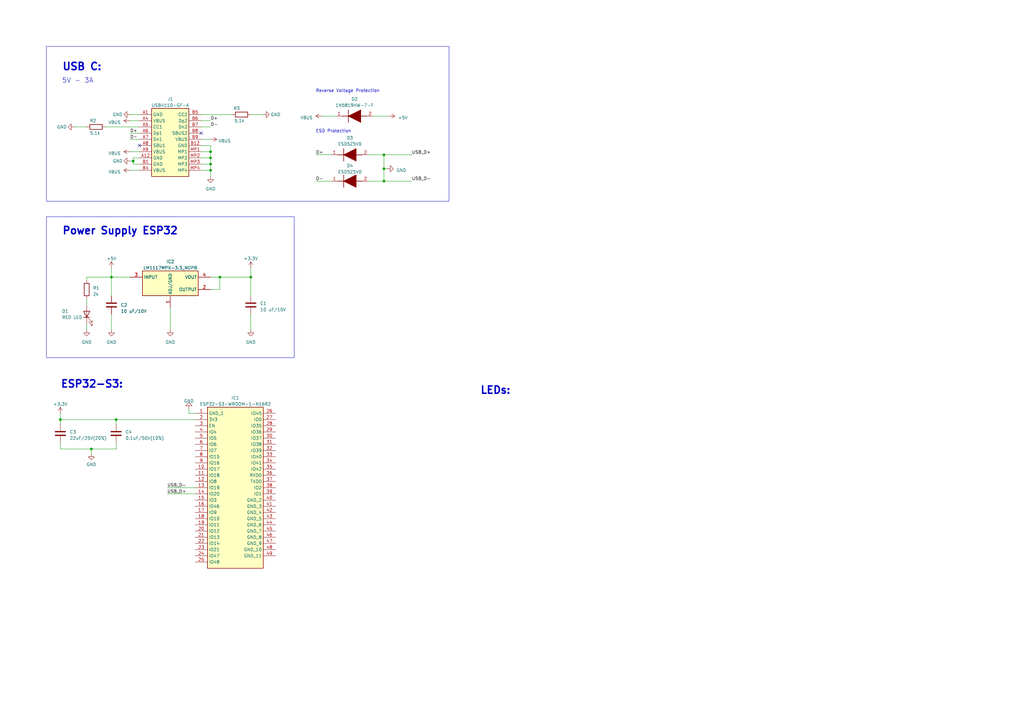
<source format=kicad_sch>
(kicad_sch (version 20230121) (generator eeschema)
  (paper "A3")
  (lib_symbols
    (symbol "+5V_1" (power) (pin_names (offset 0))
      (property "Value" "+5V_1" (at 0 3.556 0))
      (symbol "+5V_1_0_1"
        (polyline (pts (xy -0.762 1.27) (xy 0 2.54)))
        (polyline (pts (xy 0 0) (xy 0 2.54)))
        (polyline (pts (xy 0 2.54) (xy 0.762 1.27)))
      )
      (symbol "+5V_1_1_1"
        (pin power_in line (at 0 0 90) (length 0) hide (name "+5V") (number "1"))
      )
    )
    (symbol "1N5819HW-7-F:1N5819HW-7-F" (pin_names hide)
      (property "Reference" "D" (at 11.43 5.08 0))
      (property "Value" "1N5819HW-7-F" (at 11.43 2.54 0))
      (symbol "1N5819HW-7-F_1_1"
        (polyline (pts (xy 2.54 0) (xy 5.08 0)) (stroke (width 0.254)))
        (polyline (pts (xy 5.08 2.54) (xy 5.08 -2.54)) (stroke (width 0.254)))
        (polyline (pts (xy 10.16 0) (xy 12.7 0)) (stroke (width 0.254)))
        (polyline (pts (xy 5.08 0) (xy 10.16 2.54) (xy 10.16 -2.54) (xy 5.08 0)) (stroke (width 0.254)) (fill (type outline)))
        (pin passive line (at 0 0 0) (length 2.54) (name "K") (number "1"))
        (pin passive line (at 15.24 0 180) (length 2.54) (name "A") (number "2"))
      )
    )
    (symbol "Device:C" (pin_numbers hide) (pin_names (offset 0.254))
      (property "Reference" "C" (at 0.635 2.54 0))
      (property "Value" "C" (at 0.635 -2.54 0))
      (symbol "C_0_1"
        (polyline (pts (xy -2.032 -0.762) (xy 2.032 -0.762)) (stroke (width 0.508)))
        (polyline (pts (xy -2.032 0.762) (xy 2.032 0.762)) (stroke (width 0.508)))
      )
      (symbol "C_1_1"
        (pin passive line (at 0 3.81 270) (length 2.794) (name "~") (number "1"))
        (pin passive line (at 0 -3.81 90) (length 2.794) (name "~") (number "2"))
      )
    )
    (symbol "Device:LED" (pin_numbers hide) (pin_names (offset 1.016) hide)
      (property "Reference" "D" (at 0 2.54 0))
      (property "Value" "LED" (at 0 -2.54 0))
      (symbol "LED_0_1"
        (polyline (pts (xy -1.27 -1.27) (xy -1.27 1.27)) (stroke (width 0.254)))
        (polyline (pts (xy -1.27 0) (xy 1.27 0)))
        (polyline (pts (xy 1.27 -1.27) (xy 1.27 1.27) (xy -1.27 0) (xy 1.27 -1.27)) (stroke (width 0.254)))
        (polyline (pts (xy -3.048 -0.762) (xy -4.572 -2.286) (xy -3.81 -2.286) (xy -4.572 -2.286) (xy -4.572 -1.524)))
        (polyline (pts (xy -1.778 -0.762) (xy -3.302 -2.286) (xy -2.54 -2.286) (xy -3.302 -2.286) (xy -3.302 -1.524)))
      )
      (symbol "LED_1_1"
        (pin passive line (at -3.81 0 0) (length 2.54) (name "K") (number "1"))
        (pin passive line (at 3.81 0 180) (length 2.54) (name "A") (number "2"))
      )
    )
    (symbol "Device:R" (pin_numbers hide) (pin_names (offset 0))
      (property "Reference" "R" (at 2.032 0 90))
      (property "Value" "R" (at 0 0 90))
      (symbol "R_0_1"
        (rectangle (start -1.016 -2.54) (end 1.016 2.54) (stroke (width 0.254)))
      )
      (symbol "R_1_1"
        (pin passive line (at 0 3.81 270) (length 1.27) (name "~") (number "1"))
        (pin passive line (at 0 -3.81 90) (length 1.27) (name "~") (number "2"))
      )
    )
    (symbol "ESD5Z5V0:ESD5Z5V0" (pin_names hide)
      (property "Reference" "D" (at 11.43 5.08 0))
      (property "Value" "ESD5Z5V0" (at 11.43 2.54 0))
      (symbol "ESD5Z5V0_1_1"
        (polyline (pts (xy 2.54 0) (xy 5.08 0)) (stroke (width 0.254)))
        (polyline (pts (xy 5.08 2.54) (xy 5.08 -2.54)) (stroke (width 0.254)))
        (polyline (pts (xy 10.16 0) (xy 12.7 0)) (stroke (width 0.254)))
        (polyline (pts (xy 5.08 0) (xy 10.16 2.54) (xy 10.16 -2.54) (xy 5.08 0)) (stroke (width 0.254)) (fill (type outline)))
        (pin passive line (at 0 0 0) (length 2.54) (name "K") (number "1"))
        (pin passive line (at 15.24 0 180) (length 2.54) (name "A") (number "2"))
      )
    )
    (symbol "ESP32-S3-WROOM-1-N16R2:ESP32-S3-WROOM-1-N16R2"
      (property "Reference" "IC" (at 29.21 7.62 0))
      (property "Value" "ESP32-S3-WROOM-1-N16R2" (at 29.21 5.08 0))
      (symbol "ESP32-S3-WROOM-1-N16R2_1_1"
        (rectangle (start 5.08 2.54) (end 27.94 -63.5) (stroke (width 0.254)) (fill (type background)))
        (pin passive line (at 0 0 0) (length 5.08) (name "GND_1") (number "1"))
        (pin passive line (at 0 -22.86 0) (length 5.08) (name "IO17") (number "10"))
        (pin passive line (at 0 -25.4 0) (length 5.08) (name "IO18") (number "11"))
        (pin passive line (at 0 -27.94 0) (length 5.08) (name "IO8") (number "12"))
        (pin passive line (at 0 -30.48 0) (length 5.08) (name "IO19") (number "13"))
        (pin passive line (at 0 -33.02 0) (length 5.08) (name "IO20") (number "14"))
        (pin passive line (at 0 -35.56 0) (length 5.08) (name "IO3") (number "15"))
        (pin passive line (at 0 -38.1 0) (length 5.08) (name "IO46") (number "16"))
        (pin passive line (at 0 -40.64 0) (length 5.08) (name "IO9") (number "17"))
        (pin passive line (at 0 -43.18 0) (length 5.08) (name "IO10") (number "18"))
        (pin passive line (at 0 -45.72 0) (length 5.08) (name "IO11") (number "19"))
        (pin passive line (at 0 -2.54 0) (length 5.08) (name "3V3") (number "2"))
        (pin passive line (at 0 -48.26 0) (length 5.08) (name "IO12") (number "20"))
        (pin passive line (at 0 -50.8 0) (length 5.08) (name "IO13") (number "21"))
        (pin passive line (at 0 -53.34 0) (length 5.08) (name "IO14") (number "22"))
        (pin passive line (at 0 -55.88 0) (length 5.08) (name "IO21") (number "23"))
        (pin passive line (at 0 -58.42 0) (length 5.08) (name "IO47") (number "24"))
        (pin passive line (at 0 -60.96 0) (length 5.08) (name "IO48") (number "25"))
        (pin passive line (at 33.02 0 180) (length 5.08) (name "IO45") (number "26"))
        (pin passive line (at 33.02 -2.54 180) (length 5.08) (name "IO0") (number "27"))
        (pin passive line (at 33.02 -5.08 180) (length 5.08) (name "IO35") (number "28"))
        (pin passive line (at 33.02 -7.62 180) (length 5.08) (name "IO36") (number "29"))
        (pin passive line (at 0 -5.08 0) (length 5.08) (name "EN") (number "3"))
        (pin passive line (at 33.02 -10.16 180) (length 5.08) (name "IO37") (number "30"))
        (pin passive line (at 33.02 -12.7 180) (length 5.08) (name "IO38") (number "31"))
        (pin passive line (at 33.02 -15.24 180) (length 5.08) (name "IO39") (number "32"))
        (pin passive line (at 33.02 -17.78 180) (length 5.08) (name "IO40") (number "33"))
        (pin passive line (at 33.02 -20.32 180) (length 5.08) (name "IO41") (number "34"))
        (pin passive line (at 33.02 -22.86 180) (length 5.08) (name "IO42") (number "35"))
        (pin passive line (at 33.02 -25.4 180) (length 5.08) (name "RXD0") (number "36"))
        (pin passive line (at 33.02 -27.94 180) (length 5.08) (name "TXD0") (number "37"))
        (pin passive line (at 33.02 -30.48 180) (length 5.08) (name "IO2") (number "38"))
        (pin passive line (at 33.02 -33.02 180) (length 5.08) (name "IO1") (number "39"))
        (pin passive line (at 0 -7.62 0) (length 5.08) (name "IO4") (number "4"))
        (pin passive line (at 33.02 -35.56 180) (length 5.08) (name "GND_2") (number "40"))
        (pin passive line (at 33.02 -38.1 180) (length 5.08) (name "GND_3") (number "41"))
        (pin passive line (at 33.02 -40.64 180) (length 5.08) (name "GND_4") (number "42"))
        (pin passive line (at 33.02 -43.18 180) (length 5.08) (name "GND_5") (number "43"))
        (pin passive line (at 33.02 -45.72 180) (length 5.08) (name "GND_6") (number "44"))
        (pin passive line (at 33.02 -48.26 180) (length 5.08) (name "GND_7") (number "45"))
        (pin passive line (at 33.02 -50.8 180) (length 5.08) (name "GND_8") (number "46"))
        (pin passive line (at 33.02 -53.34 180) (length 5.08) (name "GND_9") (number "47"))
        (pin passive line (at 33.02 -55.88 180) (length 5.08) (name "GND_10") (number "48"))
        (pin passive line (at 33.02 -58.42 180) (length 5.08) (name "GND_11") (number "49"))
        (pin passive line (at 0 -10.16 0) (length 5.08) (name "IO5") (number "5"))
        (pin passive line (at 0 -12.7 0) (length 5.08) (name "IO6") (number "6"))
        (pin passive line (at 0 -15.24 0) (length 5.08) (name "IO7") (number "7"))
        (pin passive line (at 0 -17.78 0) (length 5.08) (name "IO15") (number "8"))
        (pin passive line (at 0 -20.32 0) (length 5.08) (name "IO16") (number "9"))
      )
    )
    (symbol "GND_1" (power) (pin_names (offset 0))
      (property "Value" "GND_1" (at 0 -3.81 0))
      (symbol "GND_1_0_1"
        (polyline (pts (xy 0 0) (xy 0 -1.27) (xy 1.27 -1.27) (xy 0 -2.54) (xy -1.27 -1.27) (xy 0 -1.27)))
      )
      (symbol "GND_1_1_1"
        (pin power_in line (at 0 0 270) (length 0) hide (name "GND") (number "1"))
      )
    )
    (symbol "GND_2" (power) (pin_names (offset 0))
      (property "Value" "GND_2" (at 0 -3.81 0))
      (symbol "GND_2_0_1"
        (polyline (pts (xy 0 0) (xy 0 -1.27) (xy 1.27 -1.27) (xy 0 -2.54) (xy -1.27 -1.27) (xy 0 -1.27)))
      )
      (symbol "GND_2_1_1"
        (pin power_in line (at 0 0 270) (length 0) hide (name "GND") (number "1"))
      )
    )
    (symbol "GND_3" (power) (pin_names (offset 0))
      (property "Value" "GND_3" (at 0 -3.81 0))
      (symbol "GND_3_0_1"
        (polyline (pts (xy 0 0) (xy 0 -1.27) (xy 1.27 -1.27) (xy 0 -2.54) (xy -1.27 -1.27) (xy 0 -1.27)))
      )
      (symbol "GND_3_1_1"
        (pin power_in line (at 0 0 270) (length 0) hide (name "GND") (number "1"))
      )
    )
    (symbol "GND_4" (power) (pin_names (offset 0))
      (property "Value" "GND_4" (at 0 -3.81 0))
      (symbol "GND_4_0_1"
        (polyline (pts (xy 0 0) (xy 0 -1.27) (xy 1.27 -1.27) (xy 0 -2.54) (xy -1.27 -1.27) (xy 0 -1.27)))
      )
      (symbol "GND_4_1_1"
        (pin power_in line (at 0 0 270) (length 0) hide (name "GND") (number "1"))
      )
    )
    (symbol "GND_5" (power) (pin_names (offset 0))
      (property "Value" "GND_5" (at 0 -3.81 0))
      (symbol "GND_5_0_1"
        (polyline (pts (xy 0 0) (xy 0 -1.27) (xy 1.27 -1.27) (xy 0 -2.54) (xy -1.27 -1.27) (xy 0 -1.27)))
      )
      (symbol "GND_5_1_1"
        (pin power_in line (at 0 0 270) (length 0) hide (name "GND") (number "1"))
      )
    )
    (symbol "GND_6" (power) (pin_names (offset 0))
      (property "Value" "GND_6" (at 0 -3.81 0))
      (symbol "GND_6_0_1"
        (polyline (pts (xy 0 0) (xy 0 -1.27) (xy 1.27 -1.27) (xy 0 -2.54) (xy -1.27 -1.27) (xy 0 -1.27)))
      )
      (symbol "GND_6_1_1"
        (pin power_in line (at 0 0 270) (length 0) hide (name "GND") (number "1"))
      )
    )
    (symbol "LM1117MPX-3_3_NOPB:LM1117MPX-3.3_NOPB"
      (property "Reference" "IC2" (at 16.51 6.35 0))
      (property "Value" "LM1117MPX-3.3_NOPB" (at 16.51 3.81 0))
      (symbol "LM1117MPX-3.3_NOPB_1_1"
        (rectangle (start 5.08 2.54) (end 27.94 -7.62) (stroke (width 0.254)) (fill (type background)))
        (pin passive line (at 16.51 -12.7 90) (length 5.08) (name "ADJ/GND") (number "1"))
        (pin passive line (at 33.02 -5.08 180) (length 5.08) (name "OUTPUT") (number "2"))
        (pin passive line (at 0 0 0) (length 5.08) (name "INPUT") (number "3"))
        (pin passive line (at 33.02 0 180) (length 5.08) (name "VOUT") (number "4"))
      )
    )
    (symbol "USB4110-GF-A:USB4110-GF-A"
      (property "Reference" "J" (at 21.59 7.62 0))
      (property "Value" "USB4110-GF-A" (at 21.59 5.08 0))
      (symbol "USB4110-GF-A_1_1"
        (rectangle (start 5.08 2.54) (end 20.32 -25.4) (stroke (width 0.254)) (fill (type background)))
        (pin passive line (at 0 0 0) (length 5.08) (name "GND") (number "A1"))
        (pin passive line (at 0 -17.78 0) (length 5.08) (name "GND") (number "A12"))
        (pin passive line (at 0 -2.54 0) (length 5.08) (name "VBUS") (number "A4"))
        (pin passive line (at 0 -5.08 0) (length 5.08) (name "CC1") (number "A5"))
        (pin passive line (at 0 -7.62 0) (length 5.08) (name "Dp1") (number "A6"))
        (pin passive line (at 0 -10.16 0) (length 5.08) (name "Dn1") (number "A7"))
        (pin passive line (at 0 -12.7 0) (length 5.08) (name "SBU1") (number "A8"))
        (pin passive line (at 0 -15.24 0) (length 5.08) (name "VBUS") (number "A9"))
        (pin passive line (at 0 -20.32 0) (length 5.08) (name "GND") (number "B1"))
        (pin passive line (at 25.4 -12.7 180) (length 5.08) (name "GND") (number "B12"))
        (pin passive line (at 0 -22.86 0) (length 5.08) (name "VBUS") (number "B4"))
        (pin passive line (at 25.4 0 180) (length 5.08) (name "CC2") (number "B5"))
        (pin passive line (at 25.4 -2.54 180) (length 5.08) (name "Dp2") (number "B6"))
        (pin passive line (at 25.4 -5.08 180) (length 5.08) (name "Dn2") (number "B7"))
        (pin passive line (at 25.4 -7.62 180) (length 5.08) (name "SBUS2") (number "B8"))
        (pin passive line (at 25.4 -10.16 180) (length 5.08) (name "VBUS") (number "B9"))
        (pin passive line (at 25.4 -15.24 180) (length 5.08) (name "MP1") (number "MP1"))
        (pin passive line (at 25.4 -17.78 180) (length 5.08) (name "MP2") (number "MP2"))
        (pin passive line (at 25.4 -20.32 180) (length 5.08) (name "MP3") (number "MP3"))
        (pin passive line (at 25.4 -22.86 180) (length 5.08) (name "MP4") (number "MP4"))
      )
    )
    (symbol "power:+3.3V" (power) (pin_names (offset 0))
      (property "Value" "+3.3V" (at 0 3.556 0))
      (symbol "+3.3V_0_1"
        (polyline (pts (xy -0.762 1.27) (xy 0 2.54)))
        (polyline (pts (xy 0 0) (xy 0 2.54)))
        (polyline (pts (xy 0 2.54) (xy 0.762 1.27)))
      )
      (symbol "+3.3V_1_1"
        (pin power_in line (at 0 0 90) (length 0) hide (name "+3.3V") (number "1"))
      )
    )
    (symbol "power:+5V" (power) (pin_names (offset 0))
      (property "Value" "+5V" (at 0 3.556 0))
      (symbol "+5V_0_1"
        (polyline (pts (xy -0.762 1.27) (xy 0 2.54)))
        (polyline (pts (xy 0 0) (xy 0 2.54)))
        (polyline (pts (xy 0 2.54) (xy 0.762 1.27)))
      )
      (symbol "+5V_1_1"
        (pin power_in line (at 0 0 90) (length 0) hide (name "+5V") (number "1"))
      )
    )
    (symbol "power:GND" (power) (pin_names (offset 0))
      (property "Value" "GND" (at 0 -3.81 0))
      (symbol "GND_0_1"
        (polyline (pts (xy 0 0) (xy 0 -1.27) (xy 1.27 -1.27) (xy 0 -2.54) (xy -1.27 -1.27) (xy 0 -1.27)))
      )
      (symbol "GND_1_1"
        (pin power_in line (at 0 0 270) (length 0) hide (name "GND") (number "1"))
      )
    )
    (symbol "power:VBUS" (power) (pin_names (offset 0))
      (property "Value" "VBUS" (at 0 3.81 0))
      (symbol "VBUS_0_1"
        (polyline (pts (xy -0.762 1.27) (xy 0 2.54)))
        (polyline (pts (xy 0 0) (xy 0 2.54)))
        (polyline (pts (xy 0 2.54) (xy 0.762 1.27)))
      )
      (symbol "VBUS_1_1"
        (pin power_in line (at 0 0 90) (length 0) hide (name "VBUS") (number "1"))
      )
    )
  )
  (junction (at 86.36 67.31))
  (junction (at 90.17 113.665))
  (junction (at 102.87 113.665))
  (junction (at 37.465 184.15))
  (junction (at 47.625 172.085))
  (junction (at 45.72 113.665))
  (junction (at 54.61 66.04))
  (junction (at 86.36 69.85))
  (junction (at 86.36 64.77))
  (junction (at 157.48 74.295))
  (junction (at 86.36 62.23))
  (junction (at 157.48 63.5))
  (junction (at 24.765 172.085))
  (junction (at 157.48 69.215))
  (no_connect (at 57.15 59.69))
  (no_connect (at 82.55 54.61))
  (wire (pts (xy 157.48 69.215) (xy 158.75 69.215)))
  (wire (pts (xy 86.36 113.665) (xy 90.17 113.665)))
  (wire (pts (xy 24.765 169.545) (xy 24.765 172.085)))
  (wire (pts (xy 86.36 67.31) (xy 86.36 69.85)))
  (wire (pts (xy 82.55 64.77) (xy 86.36 64.77)))
  (wire (pts (xy 82.55 46.99) (xy 95.25 46.99)))
  (wire (pts (xy 157.48 74.295) (xy 168.91 74.295)))
  (wire (pts (xy 35.56 125.095) (xy 35.56 122.555)))
  (wire (pts (xy 153.035 47.625) (xy 159.385 47.625)))
  (wire (pts (xy 77.47 167.64) (xy 77.47 169.545)))
  (wire (pts (xy 151.13 74.295) (xy 157.48 74.295)))
  (wire (pts (xy 157.48 63.5) (xy 157.48 69.215)))
  (wire (pts (xy 82.55 57.15) (xy 86.36 57.15)))
  (wire (pts (xy 86.36 118.745) (xy 90.17 118.745)))
  (wire (pts (xy 24.765 181.61) (xy 24.765 184.15)))
  (wire (pts (xy 53.34 113.665) (xy 45.72 113.665)))
  (wire (pts (xy 90.17 118.745) (xy 90.17 113.665)))
  (wire (pts (xy 53.34 57.15) (xy 57.15 57.15)))
  (wire (pts (xy 37.465 184.15) (xy 47.625 184.15)))
  (wire (pts (xy 54.61 64.77) (xy 54.61 66.04)))
  (wire (pts (xy 82.55 52.07) (xy 86.36 52.07)))
  (wire (pts (xy 24.765 184.15) (xy 37.465 184.15)))
  (wire (pts (xy 86.36 59.69) (xy 86.36 62.23)))
  (wire (pts (xy 53.34 66.04) (xy 54.61 66.04)))
  (wire (pts (xy 82.55 62.23) (xy 86.36 62.23)))
  (wire (pts (xy 47.625 172.085) (xy 47.625 173.99)))
  (wire (pts (xy 45.72 113.665) (xy 35.56 113.665)))
  (wire (pts (xy 53.34 46.99) (xy 57.15 46.99)))
  (wire (pts (xy 86.36 64.77) (xy 86.36 67.31)))
  (wire (pts (xy 80.01 169.545) (xy 77.47 169.545)))
  (wire (pts (xy 53.34 62.23) (xy 57.15 62.23)))
  (wire (pts (xy 45.72 135.255) (xy 45.72 128.905)))
  (wire (pts (xy 82.55 59.69) (xy 86.36 59.69)))
  (wire (pts (xy 157.48 63.5) (xy 168.91 63.5)))
  (wire (pts (xy 54.61 64.77) (xy 57.15 64.77)))
  (wire (pts (xy 53.34 49.53) (xy 57.15 49.53)))
  (wire (pts (xy 24.765 172.085) (xy 24.765 173.99)))
  (wire (pts (xy 53.34 69.85) (xy 57.15 69.85)))
  (wire (pts (xy 35.56 135.255) (xy 35.56 132.715)))
  (wire (pts (xy 53.34 54.61) (xy 57.15 54.61)))
  (wire (pts (xy 86.36 62.23) (xy 86.36 64.77)))
  (wire (pts (xy 80.01 172.085) (xy 47.625 172.085)))
  (wire (pts (xy 45.72 109.855) (xy 45.72 113.665)))
  (wire (pts (xy 102.87 113.665) (xy 102.87 121.285)))
  (wire (pts (xy 68.58 202.565) (xy 80.01 202.565)))
  (wire (pts (xy 68.58 200.025) (xy 80.01 200.025)))
  (wire (pts (xy 35.56 113.665) (xy 35.56 114.935)))
  (wire (pts (xy 54.61 67.31) (xy 57.15 67.31)))
  (wire (pts (xy 54.61 66.04) (xy 54.61 67.31)))
  (wire (pts (xy 135.89 74.295) (xy 129.54 74.295)))
  (wire (pts (xy 37.465 184.15) (xy 37.465 186.055)))
  (wire (pts (xy 102.87 109.855) (xy 102.87 113.665)))
  (wire (pts (xy 86.36 69.85) (xy 86.36 72.39)))
  (wire (pts (xy 157.48 69.215) (xy 157.48 74.295)))
  (wire (pts (xy 47.625 184.15) (xy 47.625 181.61)))
  (wire (pts (xy 45.72 113.665) (xy 45.72 121.285)))
  (wire (pts (xy 102.87 128.905) (xy 102.87 135.255)))
  (wire (pts (xy 24.765 172.085) (xy 47.625 172.085)))
  (wire (pts (xy 82.55 49.53) (xy 86.36 49.53)))
  (wire (pts (xy 43.18 52.07) (xy 57.15 52.07)))
  (wire (pts (xy 82.55 67.31) (xy 86.36 67.31)))
  (wire (pts (xy 69.85 126.365) (xy 69.85 135.255)))
  (wire (pts (xy 129.54 63.5) (xy 135.89 63.5)))
  (wire (pts (xy 151.13 63.5) (xy 157.48 63.5)))
  (wire (pts (xy 35.56 52.07) (xy 30.48 52.07)))
  (wire (pts (xy 102.87 46.99) (xy 107.95 46.99)))
  (wire (pts (xy 82.55 69.85) (xy 86.36 69.85)))
  (wire (pts (xy 132.08 47.625) (xy 137.795 47.625)))
  (wire (pts (xy 90.17 113.665) (xy 102.87 113.665)))
  (rectangle (start 19.05 88.9) (end 120.65 146.685))
  (rectangle (start 19.05 19.05) (end 184.15 82.55))
  (text "LEDs:" (at 196.85 161.925 0) (effects (font (size 3 3) bold) (justify left bottom)))
  (text "Reverse Voltage Protection" (at 129.54 38.1 0) (effects (font (size 1.27 1.27)) (justify left bottom)))
  (text "5V - 3A" (at 25.4 34.29 0) (effects (font (size 2 2)) (justify left bottom)))
  (text "USB C:" (at 25.4 29.21 0) (effects (font (size 3 3) (thickness 0.6) bold) (justify left bottom)))
  (text "Power Supply ESP32" (at 25.4 96.52 0) (effects (font (size 3 3) (thickness 0.6) bold) (justify left bottom)))
  (text "ESP32-S3:" (at 24.765 159.385 0) (effects (font (size 3 3) bold) (justify left bottom)))
  (text "ESD Protection" (at 129.54 54.61 0) (effects (font (size 1.27 1.27)) (justify left bottom)))
  (label "USB_D-" (at 68.58 200.025 0))
  (label "USB_D+" (at 68.58 202.565 0))
  (label "D+" (at 53.34 54.61 0))
  (label "D-" (at 86.36 52.07 0))
  (label "D-" (at 129.54 74.295 0))
  (label "D+" (at 129.54 63.5 0))
  (label "USB_D+" (at 168.91 63.5 0))
  (label "D-" (at 53.34 57.15 0))
  (label "D+" (at 86.36 49.53 0))
  (label "USB_D-" (at 168.91 74.295 0))
  (symbol (lib_id "power:GND") (at 53.34 66.04 270) (unit 1)
    (property "Reference" "#PWR011" (effects hide))
    (property "Value" "GND" (at 48.26 66.04 90))
  )
  (symbol (lib_id "Device:C") (at 45.72 125.095 0) (unit 1)
    (property "Reference" "C2" (at 49.53 125.095 0) (effects (justify left)))
    (property "Value" "10 uF/10V" (at 49.53 127.635 0) (effects (justify left)))
  )
  (symbol (lib_name "GND_4") (lib_id "power:GND") (at 158.75 69.215 90) (unit 1)
    (property "Reference" "#PWR018" (effects hide))
    (property "Value" "GND" (at 162.56 69.85 90) (effects (justify right)))
  )
  (symbol (lib_id "power:GND") (at 30.48 52.07 270) (unit 1)
    (property "Reference" "#PWR07" (effects hide))
    (property "Value" "GND" (at 25.4 52.07 90))
  )
  (symbol (lib_id "power:VBUS") (at 86.36 57.15 270) (unit 1)
    (property "Reference" "#PWR015" (effects hide))
    (property "Value" "VBUS" (at 89.535 57.785 90) (effects (justify left)))
  )
  (symbol (lib_id "Device:R") (at 39.37 52.07 90) (unit 1)
    (property "Reference" "R2" (at 36.83 49.53 90) (effects (justify right)))
    (property "Value" "5.1k" (at 36.83 54.61 90) (effects (justify right)))
  )
  (symbol (lib_id "power:VBUS") (at 53.34 49.53 90) (unit 1)
    (property "Reference" "#PWR014" (effects hide))
    (property "Value" "VBUS" (at 49.53 50.165 90) (effects (justify left)))
  )
  (symbol (lib_name "GND_1") (lib_id "power:GND") (at 35.56 135.255 0) (unit 1)
    (property "Reference" "#PWR04" (effects hide))
    (property "Value" "GND" (at 35.56 140.335 0))
  )
  (symbol (lib_id "Device:R") (at 99.06 46.99 90) (unit 1)
    (property "Reference" "R3" (at 98.425 44.45 90) (effects (justify left)))
    (property "Value" "5.1k" (at 100.33 49.53 90) (effects (justify left)))
  )
  (symbol (lib_name "GND_5") (lib_id "power:GND") (at 77.47 167.64 180) (unit 1)
    (property "Reference" "#PWR019" (effects hide))
    (property "Value" "GND" (at 77.47 164.465 0))
  )
  (symbol (lib_id "power:+3.3V") (at 102.87 109.855 0) (unit 1)
    (property "Reference" "#PWR06" (effects hide))
    (property "Value" "+3.3V" (at 102.87 106.045 0))
  )
  (symbol (lib_id "Device:C") (at 24.765 177.8 0) (unit 1)
    (property "Reference" "C3" (at 28.575 177.165 0) (effects (justify left)))
    (property "Value" "22uF/25V(20%)" (at 28.575 179.705 0) (effects (justify left)))
  )
  (symbol (lib_id "Device:LED") (at 35.56 128.905 90) (unit 1)
    (property "Reference" "D1" (at 25.4 127.635 90) (effects (justify right)))
    (property "Value" "RED LED" (at 25.4 130.175 90) (effects (justify right)))
  )
  (symbol (lib_id "power:+5V") (at 159.385 47.625 270) (unit 1)
    (property "Reference" "#PWR017" (effects hide))
    (property "Value" "+5V" (at 163.195 48.26 90) (effects (justify left)))
  )
  (symbol (lib_id "power:VBUS") (at 132.08 47.625 90) (unit 1)
    (property "Reference" "#PWR016" (effects hide))
    (property "Value" "VBUS" (at 128.27 48.26 90) (effects (justify left)))
  )
  (symbol (lib_name "+5V_1") (lib_id "power:+5V") (at 45.72 109.855 0) (unit 1)
    (property "Reference" "#PWR05" (effects hide))
    (property "Value" "+5V" (at 45.72 106.045 0))
  )
  (symbol (lib_id "USB4110-GF-A:USB4110-GF-A") (at 57.15 46.99 0) (unit 1)
    (property "Reference" "J1" (at 69.85 40.64 0))
    (property "Value" "USB4110-GF-A" (at 69.85 43.18 0))
    (property "Footprint" "USB4110GFA" (effects hide))
    (property "Datasheet" "https://gct.co/files/drawings/usb4110.pdf" (effects hide))
    (property "Height" "3.26" (effects hide))
    (property "Mouser Part Number" "640-USB4110-GF-A" (effects hide))
    (property "Mouser Price/Stock" "https://www.mouser.co.uk/ProductDetail/GCT/USB4110-GF-A?qs=KUoIvG%2F9IlYiZvIXQjyJeA%3D%3D" (effects hide))
    (property "Manufacturer_Name" "GCT (GLOBAL CONNECTOR TECHNOLOGY)" (effects hide))
    (property "Manufacturer_Part_Number" "USB4110-GF-A" (effects hide))
  )
  (symbol (lib_id "power:GND") (at 53.34 46.99 270) (unit 1)
    (property "Reference" "#PWR010" (effects hide))
    (property "Value" "GND" (at 48.26 46.99 90))
  )
  (symbol (lib_id "1N5819HW-7-F:1N5819HW-7-F") (at 137.795 47.625 0) (unit 1)
    (property "Reference" "D2" (at 145.415 40.64 0))
    (property "Value" "1N5819HW-7-F" (at 145.415 43.18 0))
    (property "Footprint" "SOD3716X145N" (effects hide))
    (property "Datasheet" "https://datasheet.datasheetarchive.com/originals/distributors/Datasheets-DGA23/1390892.pdf" (effects hide))
    (property "Height" "1.45" (effects hide))
    (property "Mouser Part Number" "621-1N5819HW-F" (effects hide))
    (property "Mouser Price/Stock" "https://www.mouser.co.uk/ProductDetail/Diodes-Incorporated/1N5819HW-7-F?qs=NQ47qNm99eDyWTEd07miYA%3D%3D" (effects hide))
    (property "Manufacturer_Name" "Diodes Inc." (effects hide))
    (property "Manufacturer_Part_Number" "1N5819HW-7-F" (effects hide))
  )
  (symbol (lib_id "power:VBUS") (at 53.34 62.23 90) (unit 1)
    (property "Reference" "#PWR012" (effects hide))
    (property "Value" "VBUS" (at 49.53 62.865 90) (effects (justify left)))
  )
  (symbol (lib_name "GND_1") (lib_id "power:GND") (at 45.72 135.255 0) (unit 1)
    (property "Reference" "#PWR03" (effects hide))
    (property "Value" "GND" (at 45.72 140.335 0))
  )
  (symbol (lib_id "Device:R") (at 35.56 118.745 0) (unit 1)
    (property "Reference" "R1" (at 38.1 118.11 0) (effects (justify left)))
    (property "Value" "2k" (at 38.1 120.65 0) (effects (justify left)))
  )
  (symbol (lib_id "Device:C") (at 47.625 177.8 0) (unit 1)
    (property "Reference" "C4" (at 51.435 177.165 0) (effects (justify left)))
    (property "Value" "0.1uF/50V(10%)" (at 51.435 179.705 0) (effects (justify left)))
  )
  (symbol (lib_id "LM1117MPX-3_3_NOPB:LM1117MPX-3.3_NOPB") (at 53.34 113.665 0) (unit 1)
    (property "Reference" "IC2" (at 69.85 107.315 0))
    (property "Value" "LM1117MPX-3.3_NOPB" (at 69.85 109.855 0))
    (property "Footprint" "SOT230P700X180-4N" (effects hide))
    (property "Datasheet" "http://www.ti.com/lit/ds/symlink/lm1117.pdf" (effects hide))
    (property "Height" "1.8" (effects hide))
    (property "Mouser Part Number" "926-LM1117MPX3.3NOPB" (effects hide))
    (property "Mouser Price/Stock" "https://www.mouser.co.uk/ProductDetail/Texas-Instruments/LM1117MPX-3.3-NOPB?qs=X1J7HmVL2ZHRbBIxXi4utg%3D%3D" (effects hide))
    (property "Manufacturer_Name" "Texas Instruments" (effects hide))
    (property "Manufacturer_Part_Number" "LM1117MPX-3.3/NOPB" (effects hide))
  )
  (symbol (lib_id "power:+3.3V") (at 24.765 169.545 0) (unit 1)
    (property "Reference" "#PWR020" (effects hide))
    (property "Value" "+3.3V" (at 24.765 165.735 0))
  )
  (symbol (lib_id "Device:C") (at 102.87 125.095 0) (unit 1)
    (property "Reference" "C1" (at 106.68 124.46 0) (effects (justify left)))
    (property "Value" "10 uF/10V" (at 106.68 127 0) (effects (justify left)))
  )
  (symbol (lib_id "ESD5Z5V0:ESD5Z5V0") (at 135.89 63.5 0) (unit 1)
    (property "Reference" "D3" (at 143.51 56.515 0))
    (property "Value" "ESD5Z5V0" (at 143.51 59.055 0))
    (property "Footprint" "SODFL1608X70N" (effects hide))
    (property "Datasheet" "https://www.mouser.in/datasheet/2/849/esd5z2v5-2891948.pdf" (effects hide))
    (property "Height" "0.7" (effects hide))
    (property "Manufacturer_Name" "Diotec" (effects hide))
    (property "Manufacturer_Part_Number" "ESD5Z5V0" (effects hide))
  )
  (symbol (lib_id "ESP32-S3-WROOM-1-N16R2:ESP32-S3-WROOM-1-N16R2") (at 80.01 169.545 0) (unit 1)
    (property "Reference" "IC1" (at 96.52 163.195 0))
    (property "Value" "ESP32-S3-WROOM-1-N16R2" (at 96.52 165.735 0))
    (property "Footprint" "ESP32S3WROOM1N16R2" (effects hide))
    (property "Datasheet" "https://www.elpro.org/gb/index.php?controller=attachment&id_attachment=18372" (effects hide))
    (property "Height" "3.25" (effects hide))
    (property "Mouser Part Number" "356-ESP32S3WRM1N16R2" (effects hide))
    (property "Mouser Price/Stock" "https://www.mouser.co.uk/ProductDetail/Espressif-Systems/ESP32-S3-WROOM-1-N16R2?qs=Li%252BoUPsLEnvy1bxV65eH%2Fw%3D%3D" (effects hide))
    (property "Manufacturer_Name" "Espressif Systems" (effects hide))
    (property "Manufacturer_Part_Number" "ESP32-S3-WROOM-1-N16R2" (effects hide))
  )
  (symbol (lib_name "GND_3") (lib_id "power:GND") (at 86.36 72.39 0) (unit 1)
    (property "Reference" "#PWR09" (effects hide))
    (property "Value" "GND" (at 86.36 77.47 0))
  )
  (symbol (lib_name "GND_6") (lib_id "power:GND") (at 37.465 186.055 0) (unit 1)
    (property "Reference" "#PWR021" (effects hide))
    (property "Value" "GND" (at 37.465 190.5 0))
  )
  (symbol (lib_name "GND_2") (lib_id "power:GND") (at 102.87 135.255 0) (unit 1)
    (property "Reference" "#PWR02" (effects hide))
    (property "Value" "GND" (at 102.87 140.335 0))
  )
  (symbol (lib_name "GND_1") (lib_id "power:GND") (at 69.85 135.255 0) (unit 1)
    (property "Reference" "#PWR01" (effects hide))
    (property "Value" "GND" (at 69.85 140.335 0))
  )
  (symbol (lib_id "ESD5Z5V0:ESD5Z5V0") (at 135.89 74.295 0) (unit 1)
    (property "Reference" "D4" (at 143.51 67.945 0))
    (property "Value" "ESD5Z5V0" (at 143.51 70.485 0))
    (property "Footprint" "SODFL1608X70N" (effects hide))
    (property "Datasheet" "https://www.mouser.in/datasheet/2/849/esd5z2v5-2891948.pdf" (effects hide))
    (property "Height" "0.7" (effects hide))
    (property "Manufacturer_Name" "Diotec" (effects hide))
    (property "Manufacturer_Part_Number" "ESD5Z5V0" (effects hide))
  )
  (symbol (lib_id "power:GND") (at 107.95 46.99 90) (unit 1)
    (property "Reference" "#PWR08" (effects hide))
    (property "Value" "GND" (at 113.03 46.99 90))
  )
  (symbol (lib_id "power:VBUS") (at 53.34 69.85 90) (unit 1)
    (property "Reference" "#PWR013" (effects hide))
    (property "Value" "VBUS" (at 49.53 70.485 90) (effects (justify left)))
  )
)
</source>
